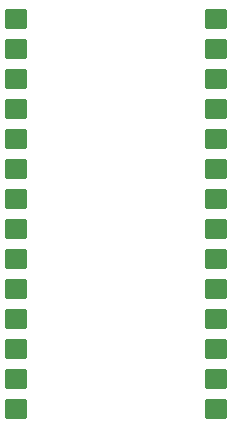
<source format=gbl>
G04 #@! TF.GenerationSoftware,KiCad,Pcbnew,5.1.9-73d0e3b20d~88~ubuntu20.10.1*
G04 #@! TF.CreationDate,2021-03-16T14:13:42-04:00*
G04 #@! TF.ProjectId,Molex78805_PCB,4d6f6c65-7837-4383-9830-355f5043422e,002*
G04 #@! TF.SameCoordinates,Original*
G04 #@! TF.FileFunction,Copper,L2,Bot*
G04 #@! TF.FilePolarity,Positive*
%FSLAX46Y46*%
G04 Gerber Fmt 4.6, Leading zero omitted, Abs format (unit mm)*
G04 Created by KiCad (PCBNEW 5.1.9-73d0e3b20d~88~ubuntu20.10.1) date 2021-03-16 14:13:42*
%MOMM*%
%LPD*%
G01*
G04 APERTURE LIST*
G04 #@! TA.AperFunction,EtchedComponent*
%ADD10C,0.304800*%
G04 #@! TD*
G04 #@! TA.AperFunction,ComponentPad*
%ADD11C,1.600200*%
G04 #@! TD*
G04 APERTURE END LIST*
D10*
G36*
X139501400Y-83337400D02*
G01*
X138002800Y-83337400D01*
X138002800Y-82016600D01*
X139501400Y-82016600D01*
X139501400Y-83337400D01*
G37*
X139501400Y-83337400D02*
X138002800Y-83337400D01*
X138002800Y-82016600D01*
X139501400Y-82016600D01*
X139501400Y-83337400D01*
G36*
X139501400Y-109956600D02*
G01*
X138002800Y-109956600D01*
X138002800Y-111277400D01*
X139501400Y-111277400D01*
X139501400Y-109956600D01*
G37*
X139501400Y-109956600D02*
X138002800Y-109956600D01*
X138002800Y-111277400D01*
X139501400Y-111277400D01*
X139501400Y-109956600D01*
G36*
X139501400Y-115036600D02*
G01*
X138002800Y-115036600D01*
X138002800Y-116357400D01*
X139501400Y-116357400D01*
X139501400Y-115036600D01*
G37*
X139501400Y-115036600D02*
X138002800Y-115036600D01*
X138002800Y-116357400D01*
X139501400Y-116357400D01*
X139501400Y-115036600D01*
G36*
X139501400Y-84556600D02*
G01*
X138002800Y-84556600D01*
X138002800Y-85877400D01*
X139501400Y-85877400D01*
X139501400Y-84556600D01*
G37*
X139501400Y-84556600D02*
X138002800Y-84556600D01*
X138002800Y-85877400D01*
X139501400Y-85877400D01*
X139501400Y-84556600D01*
G36*
X139501400Y-107416600D02*
G01*
X138002800Y-107416600D01*
X138002800Y-108737400D01*
X139501400Y-108737400D01*
X139501400Y-107416600D01*
G37*
X139501400Y-107416600D02*
X138002800Y-107416600D01*
X138002800Y-108737400D01*
X139501400Y-108737400D01*
X139501400Y-107416600D01*
G36*
X139501400Y-104876600D02*
G01*
X138002800Y-104876600D01*
X138002800Y-106197400D01*
X139501400Y-106197400D01*
X139501400Y-104876600D01*
G37*
X139501400Y-104876600D02*
X138002800Y-104876600D01*
X138002800Y-106197400D01*
X139501400Y-106197400D01*
X139501400Y-104876600D01*
G36*
X139501400Y-92176600D02*
G01*
X138002800Y-92176600D01*
X138002800Y-93497400D01*
X139501400Y-93497400D01*
X139501400Y-92176600D01*
G37*
X139501400Y-92176600D02*
X138002800Y-92176600D01*
X138002800Y-93497400D01*
X139501400Y-93497400D01*
X139501400Y-92176600D01*
G36*
X139501400Y-89636600D02*
G01*
X138002800Y-89636600D01*
X138002800Y-90957400D01*
X139501400Y-90957400D01*
X139501400Y-89636600D01*
G37*
X139501400Y-89636600D02*
X138002800Y-89636600D01*
X138002800Y-90957400D01*
X139501400Y-90957400D01*
X139501400Y-89636600D01*
G36*
X139501400Y-112496600D02*
G01*
X138002800Y-112496600D01*
X138002800Y-113817400D01*
X139501400Y-113817400D01*
X139501400Y-112496600D01*
G37*
X139501400Y-112496600D02*
X138002800Y-112496600D01*
X138002800Y-113817400D01*
X139501400Y-113817400D01*
X139501400Y-112496600D01*
G36*
X139501400Y-97256600D02*
G01*
X138002800Y-97256600D01*
X138002800Y-98577400D01*
X139501400Y-98577400D01*
X139501400Y-97256600D01*
G37*
X139501400Y-97256600D02*
X138002800Y-97256600D01*
X138002800Y-98577400D01*
X139501400Y-98577400D01*
X139501400Y-97256600D01*
G36*
X139501400Y-94716600D02*
G01*
X138002800Y-94716600D01*
X138002800Y-96037400D01*
X139501400Y-96037400D01*
X139501400Y-94716600D01*
G37*
X139501400Y-94716600D02*
X138002800Y-94716600D01*
X138002800Y-96037400D01*
X139501400Y-96037400D01*
X139501400Y-94716600D01*
G36*
X139501400Y-87096600D02*
G01*
X138002800Y-87096600D01*
X138002800Y-88417400D01*
X139501400Y-88417400D01*
X139501400Y-87096600D01*
G37*
X139501400Y-87096600D02*
X138002800Y-87096600D01*
X138002800Y-88417400D01*
X139501400Y-88417400D01*
X139501400Y-87096600D01*
G36*
X139501400Y-102336600D02*
G01*
X138002800Y-102336600D01*
X138002800Y-103657400D01*
X139501400Y-103657400D01*
X139501400Y-102336600D01*
G37*
X139501400Y-102336600D02*
X138002800Y-102336600D01*
X138002800Y-103657400D01*
X139501400Y-103657400D01*
X139501400Y-102336600D01*
G36*
X139501400Y-99796600D02*
G01*
X138002800Y-99796600D01*
X138002800Y-101117400D01*
X139501400Y-101117400D01*
X139501400Y-99796600D01*
G37*
X139501400Y-99796600D02*
X138002800Y-99796600D01*
X138002800Y-101117400D01*
X139501400Y-101117400D01*
X139501400Y-99796600D01*
G36*
X156421300Y-83337400D02*
G01*
X154922700Y-83337400D01*
X154922700Y-82016600D01*
X156421300Y-82016600D01*
X156421300Y-83337400D01*
G37*
X156421300Y-83337400D02*
X154922700Y-83337400D01*
X154922700Y-82016600D01*
X156421300Y-82016600D01*
X156421300Y-83337400D01*
G36*
X156434000Y-115036600D02*
G01*
X154935400Y-115036600D01*
X154935400Y-116357400D01*
X156434000Y-116357400D01*
X156434000Y-115036600D01*
G37*
X156434000Y-115036600D02*
X154935400Y-115036600D01*
X154935400Y-116357400D01*
X156434000Y-116357400D01*
X156434000Y-115036600D01*
G36*
X156434000Y-92176600D02*
G01*
X154935400Y-92176600D01*
X154935400Y-93497400D01*
X156434000Y-93497400D01*
X156434000Y-92176600D01*
G37*
X156434000Y-92176600D02*
X154935400Y-92176600D01*
X154935400Y-93497400D01*
X156434000Y-93497400D01*
X156434000Y-92176600D01*
G36*
X156434000Y-104876600D02*
G01*
X154935400Y-104876600D01*
X154935400Y-106197400D01*
X156434000Y-106197400D01*
X156434000Y-104876600D01*
G37*
X156434000Y-104876600D02*
X154935400Y-104876600D01*
X154935400Y-106197400D01*
X156434000Y-106197400D01*
X156434000Y-104876600D01*
G36*
X156434000Y-97256600D02*
G01*
X154935400Y-97256600D01*
X154935400Y-98577400D01*
X156434000Y-98577400D01*
X156434000Y-97256600D01*
G37*
X156434000Y-97256600D02*
X154935400Y-97256600D01*
X154935400Y-98577400D01*
X156434000Y-98577400D01*
X156434000Y-97256600D01*
G36*
X156434000Y-84556600D02*
G01*
X154935400Y-84556600D01*
X154935400Y-85877400D01*
X156434000Y-85877400D01*
X156434000Y-84556600D01*
G37*
X156434000Y-84556600D02*
X154935400Y-84556600D01*
X154935400Y-85877400D01*
X156434000Y-85877400D01*
X156434000Y-84556600D01*
G36*
X156434000Y-87096600D02*
G01*
X154935400Y-87096600D01*
X154935400Y-88417400D01*
X156434000Y-88417400D01*
X156434000Y-87096600D01*
G37*
X156434000Y-87096600D02*
X154935400Y-87096600D01*
X154935400Y-88417400D01*
X156434000Y-88417400D01*
X156434000Y-87096600D01*
G36*
X156434000Y-102336600D02*
G01*
X154935400Y-102336600D01*
X154935400Y-103657400D01*
X156434000Y-103657400D01*
X156434000Y-102336600D01*
G37*
X156434000Y-102336600D02*
X154935400Y-102336600D01*
X154935400Y-103657400D01*
X156434000Y-103657400D01*
X156434000Y-102336600D01*
G36*
X156434000Y-99796600D02*
G01*
X154935400Y-99796600D01*
X154935400Y-101117400D01*
X156434000Y-101117400D01*
X156434000Y-99796600D01*
G37*
X156434000Y-99796600D02*
X154935400Y-99796600D01*
X154935400Y-101117400D01*
X156434000Y-101117400D01*
X156434000Y-99796600D01*
G36*
X156434000Y-89636600D02*
G01*
X154935400Y-89636600D01*
X154935400Y-90957400D01*
X156434000Y-90957400D01*
X156434000Y-89636600D01*
G37*
X156434000Y-89636600D02*
X154935400Y-89636600D01*
X154935400Y-90957400D01*
X156434000Y-90957400D01*
X156434000Y-89636600D01*
G36*
X156434000Y-112496600D02*
G01*
X154935400Y-112496600D01*
X154935400Y-113817400D01*
X156434000Y-113817400D01*
X156434000Y-112496600D01*
G37*
X156434000Y-112496600D02*
X154935400Y-112496600D01*
X154935400Y-113817400D01*
X156434000Y-113817400D01*
X156434000Y-112496600D01*
G36*
X156434000Y-107416600D02*
G01*
X154935400Y-107416600D01*
X154935400Y-108737400D01*
X156434000Y-108737400D01*
X156434000Y-107416600D01*
G37*
X156434000Y-107416600D02*
X154935400Y-107416600D01*
X154935400Y-108737400D01*
X156434000Y-108737400D01*
X156434000Y-107416600D01*
G36*
X156434000Y-94716600D02*
G01*
X154935400Y-94716600D01*
X154935400Y-96037400D01*
X156434000Y-96037400D01*
X156434000Y-94716600D01*
G37*
X156434000Y-94716600D02*
X154935400Y-94716600D01*
X154935400Y-96037400D01*
X156434000Y-96037400D01*
X156434000Y-94716600D01*
G36*
X156434000Y-109956600D02*
G01*
X154935400Y-109956600D01*
X154935400Y-111277400D01*
X156434000Y-111277400D01*
X156434000Y-109956600D01*
G37*
X156434000Y-109956600D02*
X154935400Y-109956600D01*
X154935400Y-111277400D01*
X156434000Y-111277400D01*
X156434000Y-109956600D01*
D11*
X138663200Y-82677000D03*
X155773600Y-82677000D03*
X138663200Y-115697000D03*
X155773600Y-85217000D03*
X138663200Y-113157000D03*
X155773600Y-87757000D03*
X138663200Y-110617000D03*
X155773600Y-90297000D03*
X138663200Y-108077000D03*
X155773600Y-92837000D03*
X138663200Y-105537000D03*
X155773600Y-95377000D03*
X138663200Y-102997000D03*
X155773600Y-97917000D03*
X138663200Y-100457000D03*
X155773600Y-100457000D03*
X138663200Y-97917000D03*
X155773600Y-102997000D03*
X138663200Y-95377000D03*
X155773600Y-105537000D03*
X138663200Y-92837000D03*
X155773600Y-108077000D03*
X138663200Y-90297000D03*
X155773600Y-110617000D03*
X138663200Y-87757000D03*
X155773600Y-113157000D03*
X138663200Y-85217000D03*
X155773600Y-115697000D03*
M02*

</source>
